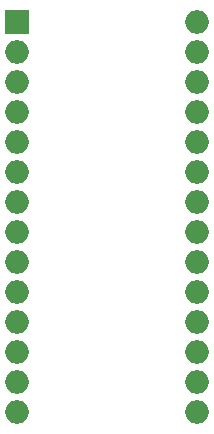
<source format=gbr>
G04 #@! TF.FileFunction,Soldermask,Bot*
%FSLAX46Y46*%
G04 Gerber Fmt 4.6, Leading zero omitted, Abs format (unit mm)*
G04 Created by KiCad (PCBNEW 4.0.7) date 04/15/18 07:55:41*
%MOMM*%
%LPD*%
G01*
G04 APERTURE LIST*
%ADD10C,0.100000*%
%ADD11R,2.000000X2.000000*%
%ADD12O,2.000000X2.000000*%
G04 APERTURE END LIST*
D10*
D11*
X148501100Y-105003600D03*
D12*
X163741100Y-138023600D03*
X148501100Y-107543600D03*
X163741100Y-135483600D03*
X148501100Y-110083600D03*
X163741100Y-132943600D03*
X148501100Y-112623600D03*
X163741100Y-130403600D03*
X148501100Y-115163600D03*
X163741100Y-127863600D03*
X148501100Y-117703600D03*
X163741100Y-125323600D03*
X148501100Y-120243600D03*
X163741100Y-122783600D03*
X148501100Y-122783600D03*
X163741100Y-120243600D03*
X148501100Y-125323600D03*
X163741100Y-117703600D03*
X148501100Y-127863600D03*
X163741100Y-115163600D03*
X148501100Y-130403600D03*
X163741100Y-112623600D03*
X148501100Y-132943600D03*
X163741100Y-110083600D03*
X148501100Y-135483600D03*
X163741100Y-107543600D03*
X148501100Y-138023600D03*
X163741100Y-105003600D03*
M02*

</source>
